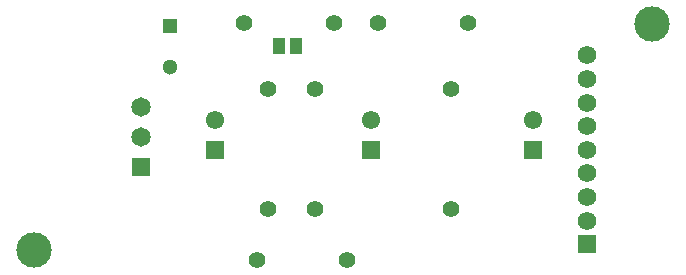
<source format=gbr>
%TF.GenerationSoftware,Altium Limited,Altium Designer,20.0.10 (225)*%
G04 Layer_Color=255*
%FSLAX26Y26*%
%MOIN*%
%TF.FileFunction,Pads,Top*%
%TF.Part,Single*%
G01*
G75*
%TA.AperFunction,SMDPad,CuDef*%
%ADD10R,0.043307X0.053150*%
%TA.AperFunction,ComponentPad*%
%ADD13C,0.055118*%
%ADD14R,0.051181X0.051181*%
%ADD15C,0.051181*%
%ADD16C,0.064961*%
%ADD17R,0.064961X0.064961*%
%ADD18R,0.061024X0.061024*%
%ADD19C,0.061024*%
%TA.AperFunction,ViaPad*%
%ADD20C,0.061811*%
%ADD21R,0.061811X0.061811*%
%ADD22C,0.118110*%
D10*
X3581457Y4808000D02*
D03*
X3638543D02*
D03*
D13*
X3465000Y4883000D02*
D03*
X3765000D02*
D03*
X4155000Y4664000D02*
D03*
Y4264000D02*
D03*
X3913000Y4883000D02*
D03*
X4213000D02*
D03*
X3508000Y4094000D02*
D03*
X3808000D02*
D03*
X3546000Y4664000D02*
D03*
Y4264000D02*
D03*
X3702000Y4664000D02*
D03*
Y4264000D02*
D03*
D14*
X3219000Y4876000D02*
D03*
D15*
Y4738205D02*
D03*
D16*
X3123000Y4605472D02*
D03*
Y4505472D02*
D03*
D17*
Y4405472D02*
D03*
D18*
X3369197Y4461811D02*
D03*
X3888882D02*
D03*
X4427465D02*
D03*
D19*
X3369197Y4561811D02*
D03*
X3888882D02*
D03*
X4427465D02*
D03*
D20*
X4609370Y4776961D02*
D03*
Y4698220D02*
D03*
Y4619480D02*
D03*
Y4540740D02*
D03*
Y4462000D02*
D03*
Y4383260D02*
D03*
Y4304520D02*
D03*
Y4225779D02*
D03*
D21*
Y4147039D02*
D03*
D22*
X4825905Y4881890D02*
D03*
X2765378Y4129095D02*
D03*
%TF.MD5,fefbd62aed203714e9301c11208299cd*%
M02*

</source>
